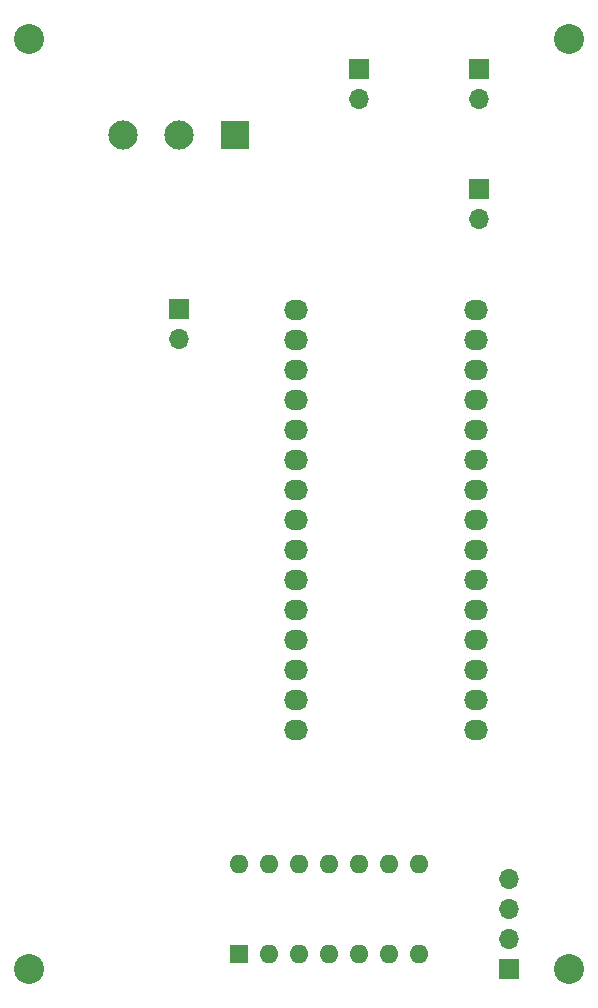
<source format=gbr>
%TF.GenerationSoftware,KiCad,Pcbnew,(6.0.1)*%
%TF.CreationDate,2022-06-06T15:56:05+01:00*%
%TF.ProjectId,psp-bluetooth,7073702d-626c-4756-9574-6f6f74682e6b,rev?*%
%TF.SameCoordinates,Original*%
%TF.FileFunction,Soldermask,Bot*%
%TF.FilePolarity,Negative*%
%FSLAX46Y46*%
G04 Gerber Fmt 4.6, Leading zero omitted, Abs format (unit mm)*
G04 Created by KiCad (PCBNEW (6.0.1)) date 2022-06-06 15:56:05*
%MOMM*%
%LPD*%
G01*
G04 APERTURE LIST*
%ADD10O,2.032000X1.727200*%
%ADD11C,2.540000*%
%ADD12R,2.475000X2.475000*%
%ADD13C,2.475000*%
%ADD14R,1.600000X1.600000*%
%ADD15O,1.600000X1.600000*%
%ADD16R,1.700000X1.700000*%
%ADD17O,1.700000X1.700000*%
G04 APERTURE END LIST*
D10*
%TO.C,P1*%
X139446000Y-71247000D03*
X139446000Y-73787000D03*
X139446000Y-76327000D03*
X139446000Y-78867000D03*
X139446000Y-81407000D03*
X139446000Y-83947000D03*
X139446000Y-86487000D03*
X139446000Y-89027000D03*
X139446000Y-91567000D03*
X139446000Y-94107000D03*
X139446000Y-96647000D03*
X139446000Y-99187000D03*
X139446000Y-101727000D03*
X139446000Y-104267000D03*
X139446000Y-106807000D03*
%TD*%
%TO.C,P2*%
X154686000Y-71247000D03*
X154686000Y-73787000D03*
X154686000Y-76327000D03*
X154686000Y-78867000D03*
X154686000Y-81407000D03*
X154686000Y-83947000D03*
X154686000Y-86487000D03*
X154686000Y-89027000D03*
X154686000Y-91567000D03*
X154686000Y-94107000D03*
X154686000Y-96647000D03*
X154686000Y-99187000D03*
X154686000Y-101727000D03*
X154686000Y-104267000D03*
X154686000Y-106807000D03*
%TD*%
D11*
%TO.C,P3*%
X116840000Y-48260000D03*
%TD*%
%TO.C,P4*%
X116840000Y-127000000D03*
%TD*%
%TO.C,P5*%
X162560000Y-127000000D03*
%TD*%
%TO.C,P6*%
X162560000Y-48260000D03*
%TD*%
D12*
%TO.C,S1*%
X134290000Y-56402500D03*
D13*
X129540000Y-56402500D03*
X124790000Y-56402500D03*
%TD*%
D14*
%TO.C,U1*%
X134615000Y-125720000D03*
D15*
X137155000Y-125720000D03*
X139695000Y-125720000D03*
X142235000Y-125720000D03*
X144775000Y-125720000D03*
X147315000Y-125720000D03*
X149855000Y-125720000D03*
X149855000Y-118100000D03*
X147315000Y-118100000D03*
X144775000Y-118100000D03*
X142235000Y-118100000D03*
X139695000Y-118100000D03*
X137155000Y-118100000D03*
X134615000Y-118100000D03*
%TD*%
D16*
%TO.C,J7*%
X129540000Y-71120000D03*
D17*
X129540000Y-73660000D03*
%TD*%
D16*
%TO.C,J4*%
X157480000Y-127000000D03*
D17*
X157480000Y-124460000D03*
X157480000Y-121920000D03*
X157480000Y-119380000D03*
%TD*%
D16*
%TO.C,J5*%
X154940000Y-50800000D03*
D17*
X154940000Y-53340000D03*
%TD*%
D16*
%TO.C,J8*%
X154940000Y-60960000D03*
D17*
X154940000Y-63500000D03*
%TD*%
D16*
%TO.C,J6*%
X144780000Y-50800000D03*
D17*
X144780000Y-53340000D03*
%TD*%
M02*

</source>
